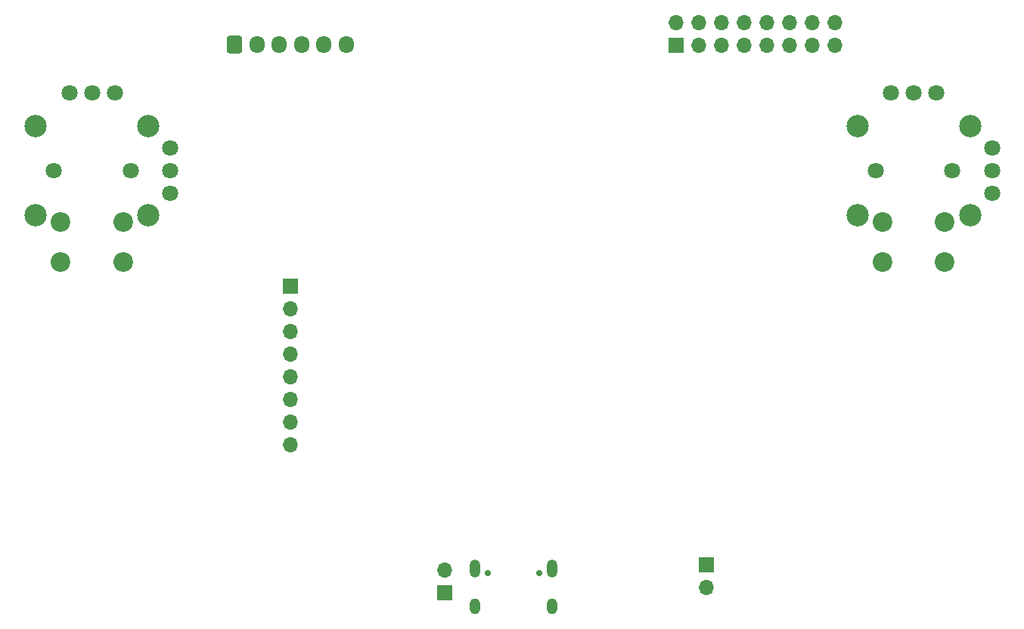
<source format=gbr>
%TF.GenerationSoftware,KiCad,Pcbnew,(6.0.5)*%
%TF.CreationDate,2022-05-19T22:33:39+02:00*%
%TF.ProjectId,hardware-remote-v2,68617264-7761-4726-952d-72656d6f7465,rev?*%
%TF.SameCoordinates,Original*%
%TF.FileFunction,Soldermask,Bot*%
%TF.FilePolarity,Negative*%
%FSLAX46Y46*%
G04 Gerber Fmt 4.6, Leading zero omitted, Abs format (unit mm)*
G04 Created by KiCad (PCBNEW (6.0.5)) date 2022-05-19 22:33:39*
%MOMM*%
%LPD*%
G01*
G04 APERTURE LIST*
G04 Aperture macros list*
%AMRoundRect*
0 Rectangle with rounded corners*
0 $1 Rounding radius*
0 $2 $3 $4 $5 $6 $7 $8 $9 X,Y pos of 4 corners*
0 Add a 4 corners polygon primitive as box body*
4,1,4,$2,$3,$4,$5,$6,$7,$8,$9,$2,$3,0*
0 Add four circle primitives for the rounded corners*
1,1,$1+$1,$2,$3*
1,1,$1+$1,$4,$5*
1,1,$1+$1,$6,$7*
1,1,$1+$1,$8,$9*
0 Add four rect primitives between the rounded corners*
20,1,$1+$1,$2,$3,$4,$5,0*
20,1,$1+$1,$4,$5,$6,$7,0*
20,1,$1+$1,$6,$7,$8,$9,0*
20,1,$1+$1,$8,$9,$2,$3,0*%
G04 Aperture macros list end*
%ADD10C,1.800000*%
%ADD11C,2.500000*%
%ADD12C,2.200000*%
%ADD13RoundRect,0.250000X-0.600000X-0.725000X0.600000X-0.725000X0.600000X0.725000X-0.600000X0.725000X0*%
%ADD14O,1.700000X1.950000*%
%ADD15R,1.700000X1.700000*%
%ADD16O,1.700000X1.700000*%
%ADD17C,0.700000*%
%ADD18O,1.200000X2.000000*%
%ADD19O,1.200000X1.800000*%
G04 APERTURE END LIST*
D10*
%TO.C,SW2*%
X40500000Y20780000D03*
X49100000Y20780000D03*
X53530000Y18240000D03*
X53530000Y20780000D03*
X53530000Y23320000D03*
X47340000Y29510000D03*
X44800000Y29510000D03*
X42260000Y29510000D03*
D11*
X38470000Y25780000D03*
X38470000Y15780000D03*
X51120000Y15780000D03*
X51120000Y25780000D03*
D12*
X41280000Y14990000D03*
X41280000Y10490000D03*
X48280000Y14990000D03*
X48280000Y10490000D03*
%TD*%
D13*
%TO.C,J1*%
X-31250000Y34875000D03*
D14*
X-28750000Y34875000D03*
X-26250000Y34875000D03*
X-23750000Y34875000D03*
X-21250000Y34875000D03*
X-18750000Y34875000D03*
%TD*%
D15*
%TO.C,J2*%
X-25000000Y7775000D03*
D16*
X-25000000Y5235000D03*
X-25000000Y2695000D03*
X-25000000Y155000D03*
X-25000000Y-2385000D03*
X-25000000Y-4925000D03*
X-25000000Y-7465000D03*
X-25000000Y-10005000D03*
%TD*%
D15*
%TO.C,J4*%
X21550000Y-23400000D03*
D16*
X21550000Y-25940000D03*
%TD*%
D17*
%TO.C,USB1*%
X2890000Y-24395000D03*
X-2890000Y-24395000D03*
D18*
X-4320000Y-23855000D03*
X4320000Y-23855000D03*
D19*
X-4320000Y-28045000D03*
X4320000Y-28045000D03*
%TD*%
D15*
%TO.C,J5*%
X18220000Y34859999D03*
D16*
X18220000Y37399999D03*
X20760000Y34859999D03*
X20760000Y37399999D03*
X23300000Y34859999D03*
X23300000Y37399999D03*
X25840000Y34859999D03*
X25840000Y37399999D03*
X28380000Y34859999D03*
X28380000Y37399999D03*
X30920000Y34859999D03*
X30920000Y37399999D03*
X33460000Y34859999D03*
X33460000Y37399999D03*
X36000000Y34859999D03*
X36000000Y37399999D03*
%TD*%
D15*
%TO.C,J3*%
X-7700000Y-26524999D03*
D16*
X-7700000Y-23984999D03*
%TD*%
D10*
%TO.C,SW1*%
X-42900000Y20780000D03*
X-51500000Y20780000D03*
X-38470000Y18240000D03*
X-38470000Y20780000D03*
X-38470000Y23320000D03*
X-44660000Y29510000D03*
X-47200000Y29510000D03*
X-49740000Y29510000D03*
D11*
X-53530000Y25780000D03*
X-53530000Y15780000D03*
X-40880000Y15780000D03*
X-40880000Y25780000D03*
D12*
X-50720000Y14990000D03*
X-50720000Y10490000D03*
X-43720000Y14990000D03*
X-43720000Y10490000D03*
%TD*%
M02*

</source>
